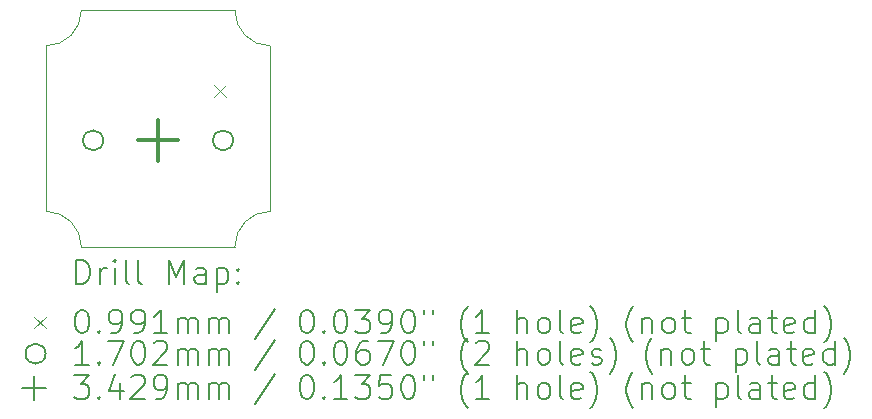
<source format=gbr>
%TF.GenerationSoftware,KiCad,Pcbnew,8.0.3*%
%TF.CreationDate,2024-09-08T13:54:00-04:00*%
%TF.ProjectId,FightPad_MICRO,46696768-7450-4616-945f-4d4943524f2e,rev?*%
%TF.SameCoordinates,Original*%
%TF.FileFunction,Drillmap*%
%TF.FilePolarity,Positive*%
%FSLAX45Y45*%
G04 Gerber Fmt 4.5, Leading zero omitted, Abs format (unit mm)*
G04 Created by KiCad (PCBNEW 8.0.3) date 2024-09-08 13:54:00*
%MOMM*%
%LPD*%
G01*
G04 APERTURE LIST*
%ADD10C,0.050000*%
%ADD11C,0.200000*%
%ADD12C,0.100000*%
%ADD13C,0.170180*%
%ADD14C,0.342900*%
G04 APERTURE END LIST*
D10*
X9385000Y-4971000D02*
X9385000Y-6371000D01*
X9085000Y-6671000D02*
G75*
G02*
X9385000Y-6371000I300000J0D01*
G01*
X7485000Y-6371000D02*
G75*
G02*
X7785000Y-6671000I0J-300000D01*
G01*
X7785000Y-6671000D02*
X9085000Y-6671000D01*
X9385000Y-4971000D02*
G75*
G02*
X9085000Y-4671000I0J300000D01*
G01*
X7785000Y-4671000D02*
X9085000Y-4671000D01*
X7785000Y-4671000D02*
G75*
G02*
X7485000Y-4971000I-300000J0D01*
G01*
X7485000Y-6371000D02*
X7485000Y-4971000D01*
D11*
D12*
X8907470Y-5301470D02*
X9006530Y-5400530D01*
X9006530Y-5301470D02*
X8907470Y-5400530D01*
D13*
X7970090Y-5771000D02*
G75*
G02*
X7799910Y-5771000I-85090J0D01*
G01*
X7799910Y-5771000D02*
G75*
G02*
X7970090Y-5771000I85090J0D01*
G01*
X9070090Y-5771000D02*
G75*
G02*
X8899910Y-5771000I-85090J0D01*
G01*
X8899910Y-5771000D02*
G75*
G02*
X9070090Y-5771000I85090J0D01*
G01*
D14*
X8435000Y-5599550D02*
X8435000Y-5942450D01*
X8263550Y-5771000D02*
X8606450Y-5771000D01*
D11*
X7743277Y-6984984D02*
X7743277Y-6784984D01*
X7743277Y-6784984D02*
X7790896Y-6784984D01*
X7790896Y-6784984D02*
X7819467Y-6794508D01*
X7819467Y-6794508D02*
X7838515Y-6813555D01*
X7838515Y-6813555D02*
X7848039Y-6832603D01*
X7848039Y-6832603D02*
X7857562Y-6870698D01*
X7857562Y-6870698D02*
X7857562Y-6899270D01*
X7857562Y-6899270D02*
X7848039Y-6937365D01*
X7848039Y-6937365D02*
X7838515Y-6956412D01*
X7838515Y-6956412D02*
X7819467Y-6975460D01*
X7819467Y-6975460D02*
X7790896Y-6984984D01*
X7790896Y-6984984D02*
X7743277Y-6984984D01*
X7943277Y-6984984D02*
X7943277Y-6851650D01*
X7943277Y-6889746D02*
X7952800Y-6870698D01*
X7952800Y-6870698D02*
X7962324Y-6861174D01*
X7962324Y-6861174D02*
X7981372Y-6851650D01*
X7981372Y-6851650D02*
X8000420Y-6851650D01*
X8067086Y-6984984D02*
X8067086Y-6851650D01*
X8067086Y-6784984D02*
X8057562Y-6794508D01*
X8057562Y-6794508D02*
X8067086Y-6804031D01*
X8067086Y-6804031D02*
X8076610Y-6794508D01*
X8076610Y-6794508D02*
X8067086Y-6784984D01*
X8067086Y-6784984D02*
X8067086Y-6804031D01*
X8190896Y-6984984D02*
X8171848Y-6975460D01*
X8171848Y-6975460D02*
X8162324Y-6956412D01*
X8162324Y-6956412D02*
X8162324Y-6784984D01*
X8295658Y-6984984D02*
X8276610Y-6975460D01*
X8276610Y-6975460D02*
X8267086Y-6956412D01*
X8267086Y-6956412D02*
X8267086Y-6784984D01*
X8524229Y-6984984D02*
X8524229Y-6784984D01*
X8524229Y-6784984D02*
X8590896Y-6927841D01*
X8590896Y-6927841D02*
X8657562Y-6784984D01*
X8657562Y-6784984D02*
X8657562Y-6984984D01*
X8838515Y-6984984D02*
X8838515Y-6880222D01*
X8838515Y-6880222D02*
X8828991Y-6861174D01*
X8828991Y-6861174D02*
X8809943Y-6851650D01*
X8809943Y-6851650D02*
X8771848Y-6851650D01*
X8771848Y-6851650D02*
X8752801Y-6861174D01*
X8838515Y-6975460D02*
X8819467Y-6984984D01*
X8819467Y-6984984D02*
X8771848Y-6984984D01*
X8771848Y-6984984D02*
X8752801Y-6975460D01*
X8752801Y-6975460D02*
X8743277Y-6956412D01*
X8743277Y-6956412D02*
X8743277Y-6937365D01*
X8743277Y-6937365D02*
X8752801Y-6918317D01*
X8752801Y-6918317D02*
X8771848Y-6908793D01*
X8771848Y-6908793D02*
X8819467Y-6908793D01*
X8819467Y-6908793D02*
X8838515Y-6899270D01*
X8933753Y-6851650D02*
X8933753Y-7051650D01*
X8933753Y-6861174D02*
X8952801Y-6851650D01*
X8952801Y-6851650D02*
X8990896Y-6851650D01*
X8990896Y-6851650D02*
X9009943Y-6861174D01*
X9009943Y-6861174D02*
X9019467Y-6870698D01*
X9019467Y-6870698D02*
X9028991Y-6889746D01*
X9028991Y-6889746D02*
X9028991Y-6946889D01*
X9028991Y-6946889D02*
X9019467Y-6965936D01*
X9019467Y-6965936D02*
X9009943Y-6975460D01*
X9009943Y-6975460D02*
X8990896Y-6984984D01*
X8990896Y-6984984D02*
X8952801Y-6984984D01*
X8952801Y-6984984D02*
X8933753Y-6975460D01*
X9114705Y-6965936D02*
X9124229Y-6975460D01*
X9124229Y-6975460D02*
X9114705Y-6984984D01*
X9114705Y-6984984D02*
X9105182Y-6975460D01*
X9105182Y-6975460D02*
X9114705Y-6965936D01*
X9114705Y-6965936D02*
X9114705Y-6984984D01*
X9114705Y-6861174D02*
X9124229Y-6870698D01*
X9124229Y-6870698D02*
X9114705Y-6880222D01*
X9114705Y-6880222D02*
X9105182Y-6870698D01*
X9105182Y-6870698D02*
X9114705Y-6861174D01*
X9114705Y-6861174D02*
X9114705Y-6880222D01*
D12*
X7383440Y-7263970D02*
X7482500Y-7363030D01*
X7482500Y-7263970D02*
X7383440Y-7363030D01*
D11*
X7781372Y-7204984D02*
X7800420Y-7204984D01*
X7800420Y-7204984D02*
X7819467Y-7214508D01*
X7819467Y-7214508D02*
X7828991Y-7224031D01*
X7828991Y-7224031D02*
X7838515Y-7243079D01*
X7838515Y-7243079D02*
X7848039Y-7281174D01*
X7848039Y-7281174D02*
X7848039Y-7328793D01*
X7848039Y-7328793D02*
X7838515Y-7366889D01*
X7838515Y-7366889D02*
X7828991Y-7385936D01*
X7828991Y-7385936D02*
X7819467Y-7395460D01*
X7819467Y-7395460D02*
X7800420Y-7404984D01*
X7800420Y-7404984D02*
X7781372Y-7404984D01*
X7781372Y-7404984D02*
X7762324Y-7395460D01*
X7762324Y-7395460D02*
X7752800Y-7385936D01*
X7752800Y-7385936D02*
X7743277Y-7366889D01*
X7743277Y-7366889D02*
X7733753Y-7328793D01*
X7733753Y-7328793D02*
X7733753Y-7281174D01*
X7733753Y-7281174D02*
X7743277Y-7243079D01*
X7743277Y-7243079D02*
X7752800Y-7224031D01*
X7752800Y-7224031D02*
X7762324Y-7214508D01*
X7762324Y-7214508D02*
X7781372Y-7204984D01*
X7933753Y-7385936D02*
X7943277Y-7395460D01*
X7943277Y-7395460D02*
X7933753Y-7404984D01*
X7933753Y-7404984D02*
X7924229Y-7395460D01*
X7924229Y-7395460D02*
X7933753Y-7385936D01*
X7933753Y-7385936D02*
X7933753Y-7404984D01*
X8038515Y-7404984D02*
X8076610Y-7404984D01*
X8076610Y-7404984D02*
X8095658Y-7395460D01*
X8095658Y-7395460D02*
X8105181Y-7385936D01*
X8105181Y-7385936D02*
X8124229Y-7357365D01*
X8124229Y-7357365D02*
X8133753Y-7319270D01*
X8133753Y-7319270D02*
X8133753Y-7243079D01*
X8133753Y-7243079D02*
X8124229Y-7224031D01*
X8124229Y-7224031D02*
X8114705Y-7214508D01*
X8114705Y-7214508D02*
X8095658Y-7204984D01*
X8095658Y-7204984D02*
X8057562Y-7204984D01*
X8057562Y-7204984D02*
X8038515Y-7214508D01*
X8038515Y-7214508D02*
X8028991Y-7224031D01*
X8028991Y-7224031D02*
X8019467Y-7243079D01*
X8019467Y-7243079D02*
X8019467Y-7290698D01*
X8019467Y-7290698D02*
X8028991Y-7309746D01*
X8028991Y-7309746D02*
X8038515Y-7319270D01*
X8038515Y-7319270D02*
X8057562Y-7328793D01*
X8057562Y-7328793D02*
X8095658Y-7328793D01*
X8095658Y-7328793D02*
X8114705Y-7319270D01*
X8114705Y-7319270D02*
X8124229Y-7309746D01*
X8124229Y-7309746D02*
X8133753Y-7290698D01*
X8228991Y-7404984D02*
X8267086Y-7404984D01*
X8267086Y-7404984D02*
X8286134Y-7395460D01*
X8286134Y-7395460D02*
X8295658Y-7385936D01*
X8295658Y-7385936D02*
X8314705Y-7357365D01*
X8314705Y-7357365D02*
X8324229Y-7319270D01*
X8324229Y-7319270D02*
X8324229Y-7243079D01*
X8324229Y-7243079D02*
X8314705Y-7224031D01*
X8314705Y-7224031D02*
X8305181Y-7214508D01*
X8305181Y-7214508D02*
X8286134Y-7204984D01*
X8286134Y-7204984D02*
X8248039Y-7204984D01*
X8248039Y-7204984D02*
X8228991Y-7214508D01*
X8228991Y-7214508D02*
X8219467Y-7224031D01*
X8219467Y-7224031D02*
X8209943Y-7243079D01*
X8209943Y-7243079D02*
X8209943Y-7290698D01*
X8209943Y-7290698D02*
X8219467Y-7309746D01*
X8219467Y-7309746D02*
X8228991Y-7319270D01*
X8228991Y-7319270D02*
X8248039Y-7328793D01*
X8248039Y-7328793D02*
X8286134Y-7328793D01*
X8286134Y-7328793D02*
X8305181Y-7319270D01*
X8305181Y-7319270D02*
X8314705Y-7309746D01*
X8314705Y-7309746D02*
X8324229Y-7290698D01*
X8514705Y-7404984D02*
X8400420Y-7404984D01*
X8457562Y-7404984D02*
X8457562Y-7204984D01*
X8457562Y-7204984D02*
X8438515Y-7233555D01*
X8438515Y-7233555D02*
X8419467Y-7252603D01*
X8419467Y-7252603D02*
X8400420Y-7262127D01*
X8600420Y-7404984D02*
X8600420Y-7271650D01*
X8600420Y-7290698D02*
X8609943Y-7281174D01*
X8609943Y-7281174D02*
X8628991Y-7271650D01*
X8628991Y-7271650D02*
X8657563Y-7271650D01*
X8657563Y-7271650D02*
X8676610Y-7281174D01*
X8676610Y-7281174D02*
X8686134Y-7300222D01*
X8686134Y-7300222D02*
X8686134Y-7404984D01*
X8686134Y-7300222D02*
X8695658Y-7281174D01*
X8695658Y-7281174D02*
X8714705Y-7271650D01*
X8714705Y-7271650D02*
X8743277Y-7271650D01*
X8743277Y-7271650D02*
X8762324Y-7281174D01*
X8762324Y-7281174D02*
X8771848Y-7300222D01*
X8771848Y-7300222D02*
X8771848Y-7404984D01*
X8867086Y-7404984D02*
X8867086Y-7271650D01*
X8867086Y-7290698D02*
X8876610Y-7281174D01*
X8876610Y-7281174D02*
X8895658Y-7271650D01*
X8895658Y-7271650D02*
X8924229Y-7271650D01*
X8924229Y-7271650D02*
X8943277Y-7281174D01*
X8943277Y-7281174D02*
X8952801Y-7300222D01*
X8952801Y-7300222D02*
X8952801Y-7404984D01*
X8952801Y-7300222D02*
X8962324Y-7281174D01*
X8962324Y-7281174D02*
X8981372Y-7271650D01*
X8981372Y-7271650D02*
X9009943Y-7271650D01*
X9009943Y-7271650D02*
X9028991Y-7281174D01*
X9028991Y-7281174D02*
X9038515Y-7300222D01*
X9038515Y-7300222D02*
X9038515Y-7404984D01*
X9428991Y-7195460D02*
X9257563Y-7452603D01*
X9686134Y-7204984D02*
X9705182Y-7204984D01*
X9705182Y-7204984D02*
X9724229Y-7214508D01*
X9724229Y-7214508D02*
X9733753Y-7224031D01*
X9733753Y-7224031D02*
X9743277Y-7243079D01*
X9743277Y-7243079D02*
X9752801Y-7281174D01*
X9752801Y-7281174D02*
X9752801Y-7328793D01*
X9752801Y-7328793D02*
X9743277Y-7366889D01*
X9743277Y-7366889D02*
X9733753Y-7385936D01*
X9733753Y-7385936D02*
X9724229Y-7395460D01*
X9724229Y-7395460D02*
X9705182Y-7404984D01*
X9705182Y-7404984D02*
X9686134Y-7404984D01*
X9686134Y-7404984D02*
X9667086Y-7395460D01*
X9667086Y-7395460D02*
X9657563Y-7385936D01*
X9657563Y-7385936D02*
X9648039Y-7366889D01*
X9648039Y-7366889D02*
X9638515Y-7328793D01*
X9638515Y-7328793D02*
X9638515Y-7281174D01*
X9638515Y-7281174D02*
X9648039Y-7243079D01*
X9648039Y-7243079D02*
X9657563Y-7224031D01*
X9657563Y-7224031D02*
X9667086Y-7214508D01*
X9667086Y-7214508D02*
X9686134Y-7204984D01*
X9838515Y-7385936D02*
X9848039Y-7395460D01*
X9848039Y-7395460D02*
X9838515Y-7404984D01*
X9838515Y-7404984D02*
X9828991Y-7395460D01*
X9828991Y-7395460D02*
X9838515Y-7385936D01*
X9838515Y-7385936D02*
X9838515Y-7404984D01*
X9971848Y-7204984D02*
X9990896Y-7204984D01*
X9990896Y-7204984D02*
X10009944Y-7214508D01*
X10009944Y-7214508D02*
X10019467Y-7224031D01*
X10019467Y-7224031D02*
X10028991Y-7243079D01*
X10028991Y-7243079D02*
X10038515Y-7281174D01*
X10038515Y-7281174D02*
X10038515Y-7328793D01*
X10038515Y-7328793D02*
X10028991Y-7366889D01*
X10028991Y-7366889D02*
X10019467Y-7385936D01*
X10019467Y-7385936D02*
X10009944Y-7395460D01*
X10009944Y-7395460D02*
X9990896Y-7404984D01*
X9990896Y-7404984D02*
X9971848Y-7404984D01*
X9971848Y-7404984D02*
X9952801Y-7395460D01*
X9952801Y-7395460D02*
X9943277Y-7385936D01*
X9943277Y-7385936D02*
X9933753Y-7366889D01*
X9933753Y-7366889D02*
X9924229Y-7328793D01*
X9924229Y-7328793D02*
X9924229Y-7281174D01*
X9924229Y-7281174D02*
X9933753Y-7243079D01*
X9933753Y-7243079D02*
X9943277Y-7224031D01*
X9943277Y-7224031D02*
X9952801Y-7214508D01*
X9952801Y-7214508D02*
X9971848Y-7204984D01*
X10105182Y-7204984D02*
X10228991Y-7204984D01*
X10228991Y-7204984D02*
X10162325Y-7281174D01*
X10162325Y-7281174D02*
X10190896Y-7281174D01*
X10190896Y-7281174D02*
X10209944Y-7290698D01*
X10209944Y-7290698D02*
X10219467Y-7300222D01*
X10219467Y-7300222D02*
X10228991Y-7319270D01*
X10228991Y-7319270D02*
X10228991Y-7366889D01*
X10228991Y-7366889D02*
X10219467Y-7385936D01*
X10219467Y-7385936D02*
X10209944Y-7395460D01*
X10209944Y-7395460D02*
X10190896Y-7404984D01*
X10190896Y-7404984D02*
X10133753Y-7404984D01*
X10133753Y-7404984D02*
X10114706Y-7395460D01*
X10114706Y-7395460D02*
X10105182Y-7385936D01*
X10324229Y-7404984D02*
X10362325Y-7404984D01*
X10362325Y-7404984D02*
X10381372Y-7395460D01*
X10381372Y-7395460D02*
X10390896Y-7385936D01*
X10390896Y-7385936D02*
X10409944Y-7357365D01*
X10409944Y-7357365D02*
X10419467Y-7319270D01*
X10419467Y-7319270D02*
X10419467Y-7243079D01*
X10419467Y-7243079D02*
X10409944Y-7224031D01*
X10409944Y-7224031D02*
X10400420Y-7214508D01*
X10400420Y-7214508D02*
X10381372Y-7204984D01*
X10381372Y-7204984D02*
X10343277Y-7204984D01*
X10343277Y-7204984D02*
X10324229Y-7214508D01*
X10324229Y-7214508D02*
X10314706Y-7224031D01*
X10314706Y-7224031D02*
X10305182Y-7243079D01*
X10305182Y-7243079D02*
X10305182Y-7290698D01*
X10305182Y-7290698D02*
X10314706Y-7309746D01*
X10314706Y-7309746D02*
X10324229Y-7319270D01*
X10324229Y-7319270D02*
X10343277Y-7328793D01*
X10343277Y-7328793D02*
X10381372Y-7328793D01*
X10381372Y-7328793D02*
X10400420Y-7319270D01*
X10400420Y-7319270D02*
X10409944Y-7309746D01*
X10409944Y-7309746D02*
X10419467Y-7290698D01*
X10543277Y-7204984D02*
X10562325Y-7204984D01*
X10562325Y-7204984D02*
X10581372Y-7214508D01*
X10581372Y-7214508D02*
X10590896Y-7224031D01*
X10590896Y-7224031D02*
X10600420Y-7243079D01*
X10600420Y-7243079D02*
X10609944Y-7281174D01*
X10609944Y-7281174D02*
X10609944Y-7328793D01*
X10609944Y-7328793D02*
X10600420Y-7366889D01*
X10600420Y-7366889D02*
X10590896Y-7385936D01*
X10590896Y-7385936D02*
X10581372Y-7395460D01*
X10581372Y-7395460D02*
X10562325Y-7404984D01*
X10562325Y-7404984D02*
X10543277Y-7404984D01*
X10543277Y-7404984D02*
X10524229Y-7395460D01*
X10524229Y-7395460D02*
X10514706Y-7385936D01*
X10514706Y-7385936D02*
X10505182Y-7366889D01*
X10505182Y-7366889D02*
X10495658Y-7328793D01*
X10495658Y-7328793D02*
X10495658Y-7281174D01*
X10495658Y-7281174D02*
X10505182Y-7243079D01*
X10505182Y-7243079D02*
X10514706Y-7224031D01*
X10514706Y-7224031D02*
X10524229Y-7214508D01*
X10524229Y-7214508D02*
X10543277Y-7204984D01*
X10686134Y-7204984D02*
X10686134Y-7243079D01*
X10762325Y-7204984D02*
X10762325Y-7243079D01*
X11057563Y-7481174D02*
X11048039Y-7471650D01*
X11048039Y-7471650D02*
X11028991Y-7443079D01*
X11028991Y-7443079D02*
X11019468Y-7424031D01*
X11019468Y-7424031D02*
X11009944Y-7395460D01*
X11009944Y-7395460D02*
X11000420Y-7347841D01*
X11000420Y-7347841D02*
X11000420Y-7309746D01*
X11000420Y-7309746D02*
X11009944Y-7262127D01*
X11009944Y-7262127D02*
X11019468Y-7233555D01*
X11019468Y-7233555D02*
X11028991Y-7214508D01*
X11028991Y-7214508D02*
X11048039Y-7185936D01*
X11048039Y-7185936D02*
X11057563Y-7176412D01*
X11238515Y-7404984D02*
X11124229Y-7404984D01*
X11181372Y-7404984D02*
X11181372Y-7204984D01*
X11181372Y-7204984D02*
X11162325Y-7233555D01*
X11162325Y-7233555D02*
X11143277Y-7252603D01*
X11143277Y-7252603D02*
X11124229Y-7262127D01*
X11476610Y-7404984D02*
X11476610Y-7204984D01*
X11562325Y-7404984D02*
X11562325Y-7300222D01*
X11562325Y-7300222D02*
X11552801Y-7281174D01*
X11552801Y-7281174D02*
X11533753Y-7271650D01*
X11533753Y-7271650D02*
X11505182Y-7271650D01*
X11505182Y-7271650D02*
X11486134Y-7281174D01*
X11486134Y-7281174D02*
X11476610Y-7290698D01*
X11686134Y-7404984D02*
X11667087Y-7395460D01*
X11667087Y-7395460D02*
X11657563Y-7385936D01*
X11657563Y-7385936D02*
X11648039Y-7366889D01*
X11648039Y-7366889D02*
X11648039Y-7309746D01*
X11648039Y-7309746D02*
X11657563Y-7290698D01*
X11657563Y-7290698D02*
X11667087Y-7281174D01*
X11667087Y-7281174D02*
X11686134Y-7271650D01*
X11686134Y-7271650D02*
X11714706Y-7271650D01*
X11714706Y-7271650D02*
X11733753Y-7281174D01*
X11733753Y-7281174D02*
X11743277Y-7290698D01*
X11743277Y-7290698D02*
X11752801Y-7309746D01*
X11752801Y-7309746D02*
X11752801Y-7366889D01*
X11752801Y-7366889D02*
X11743277Y-7385936D01*
X11743277Y-7385936D02*
X11733753Y-7395460D01*
X11733753Y-7395460D02*
X11714706Y-7404984D01*
X11714706Y-7404984D02*
X11686134Y-7404984D01*
X11867087Y-7404984D02*
X11848039Y-7395460D01*
X11848039Y-7395460D02*
X11838515Y-7376412D01*
X11838515Y-7376412D02*
X11838515Y-7204984D01*
X12019468Y-7395460D02*
X12000420Y-7404984D01*
X12000420Y-7404984D02*
X11962325Y-7404984D01*
X11962325Y-7404984D02*
X11943277Y-7395460D01*
X11943277Y-7395460D02*
X11933753Y-7376412D01*
X11933753Y-7376412D02*
X11933753Y-7300222D01*
X11933753Y-7300222D02*
X11943277Y-7281174D01*
X11943277Y-7281174D02*
X11962325Y-7271650D01*
X11962325Y-7271650D02*
X12000420Y-7271650D01*
X12000420Y-7271650D02*
X12019468Y-7281174D01*
X12019468Y-7281174D02*
X12028991Y-7300222D01*
X12028991Y-7300222D02*
X12028991Y-7319270D01*
X12028991Y-7319270D02*
X11933753Y-7338317D01*
X12095658Y-7481174D02*
X12105182Y-7471650D01*
X12105182Y-7471650D02*
X12124229Y-7443079D01*
X12124229Y-7443079D02*
X12133753Y-7424031D01*
X12133753Y-7424031D02*
X12143277Y-7395460D01*
X12143277Y-7395460D02*
X12152801Y-7347841D01*
X12152801Y-7347841D02*
X12152801Y-7309746D01*
X12152801Y-7309746D02*
X12143277Y-7262127D01*
X12143277Y-7262127D02*
X12133753Y-7233555D01*
X12133753Y-7233555D02*
X12124229Y-7214508D01*
X12124229Y-7214508D02*
X12105182Y-7185936D01*
X12105182Y-7185936D02*
X12095658Y-7176412D01*
X12457563Y-7481174D02*
X12448039Y-7471650D01*
X12448039Y-7471650D02*
X12428991Y-7443079D01*
X12428991Y-7443079D02*
X12419468Y-7424031D01*
X12419468Y-7424031D02*
X12409944Y-7395460D01*
X12409944Y-7395460D02*
X12400420Y-7347841D01*
X12400420Y-7347841D02*
X12400420Y-7309746D01*
X12400420Y-7309746D02*
X12409944Y-7262127D01*
X12409944Y-7262127D02*
X12419468Y-7233555D01*
X12419468Y-7233555D02*
X12428991Y-7214508D01*
X12428991Y-7214508D02*
X12448039Y-7185936D01*
X12448039Y-7185936D02*
X12457563Y-7176412D01*
X12533753Y-7271650D02*
X12533753Y-7404984D01*
X12533753Y-7290698D02*
X12543277Y-7281174D01*
X12543277Y-7281174D02*
X12562325Y-7271650D01*
X12562325Y-7271650D02*
X12590896Y-7271650D01*
X12590896Y-7271650D02*
X12609944Y-7281174D01*
X12609944Y-7281174D02*
X12619468Y-7300222D01*
X12619468Y-7300222D02*
X12619468Y-7404984D01*
X12743277Y-7404984D02*
X12724229Y-7395460D01*
X12724229Y-7395460D02*
X12714706Y-7385936D01*
X12714706Y-7385936D02*
X12705182Y-7366889D01*
X12705182Y-7366889D02*
X12705182Y-7309746D01*
X12705182Y-7309746D02*
X12714706Y-7290698D01*
X12714706Y-7290698D02*
X12724229Y-7281174D01*
X12724229Y-7281174D02*
X12743277Y-7271650D01*
X12743277Y-7271650D02*
X12771849Y-7271650D01*
X12771849Y-7271650D02*
X12790896Y-7281174D01*
X12790896Y-7281174D02*
X12800420Y-7290698D01*
X12800420Y-7290698D02*
X12809944Y-7309746D01*
X12809944Y-7309746D02*
X12809944Y-7366889D01*
X12809944Y-7366889D02*
X12800420Y-7385936D01*
X12800420Y-7385936D02*
X12790896Y-7395460D01*
X12790896Y-7395460D02*
X12771849Y-7404984D01*
X12771849Y-7404984D02*
X12743277Y-7404984D01*
X12867087Y-7271650D02*
X12943277Y-7271650D01*
X12895658Y-7204984D02*
X12895658Y-7376412D01*
X12895658Y-7376412D02*
X12905182Y-7395460D01*
X12905182Y-7395460D02*
X12924229Y-7404984D01*
X12924229Y-7404984D02*
X12943277Y-7404984D01*
X13162325Y-7271650D02*
X13162325Y-7471650D01*
X13162325Y-7281174D02*
X13181372Y-7271650D01*
X13181372Y-7271650D02*
X13219468Y-7271650D01*
X13219468Y-7271650D02*
X13238515Y-7281174D01*
X13238515Y-7281174D02*
X13248039Y-7290698D01*
X13248039Y-7290698D02*
X13257563Y-7309746D01*
X13257563Y-7309746D02*
X13257563Y-7366889D01*
X13257563Y-7366889D02*
X13248039Y-7385936D01*
X13248039Y-7385936D02*
X13238515Y-7395460D01*
X13238515Y-7395460D02*
X13219468Y-7404984D01*
X13219468Y-7404984D02*
X13181372Y-7404984D01*
X13181372Y-7404984D02*
X13162325Y-7395460D01*
X13371849Y-7404984D02*
X13352801Y-7395460D01*
X13352801Y-7395460D02*
X13343277Y-7376412D01*
X13343277Y-7376412D02*
X13343277Y-7204984D01*
X13533753Y-7404984D02*
X13533753Y-7300222D01*
X13533753Y-7300222D02*
X13524230Y-7281174D01*
X13524230Y-7281174D02*
X13505182Y-7271650D01*
X13505182Y-7271650D02*
X13467087Y-7271650D01*
X13467087Y-7271650D02*
X13448039Y-7281174D01*
X13533753Y-7395460D02*
X13514706Y-7404984D01*
X13514706Y-7404984D02*
X13467087Y-7404984D01*
X13467087Y-7404984D02*
X13448039Y-7395460D01*
X13448039Y-7395460D02*
X13438515Y-7376412D01*
X13438515Y-7376412D02*
X13438515Y-7357365D01*
X13438515Y-7357365D02*
X13448039Y-7338317D01*
X13448039Y-7338317D02*
X13467087Y-7328793D01*
X13467087Y-7328793D02*
X13514706Y-7328793D01*
X13514706Y-7328793D02*
X13533753Y-7319270D01*
X13600420Y-7271650D02*
X13676610Y-7271650D01*
X13628991Y-7204984D02*
X13628991Y-7376412D01*
X13628991Y-7376412D02*
X13638515Y-7395460D01*
X13638515Y-7395460D02*
X13657563Y-7404984D01*
X13657563Y-7404984D02*
X13676610Y-7404984D01*
X13819468Y-7395460D02*
X13800420Y-7404984D01*
X13800420Y-7404984D02*
X13762325Y-7404984D01*
X13762325Y-7404984D02*
X13743277Y-7395460D01*
X13743277Y-7395460D02*
X13733753Y-7376412D01*
X13733753Y-7376412D02*
X13733753Y-7300222D01*
X13733753Y-7300222D02*
X13743277Y-7281174D01*
X13743277Y-7281174D02*
X13762325Y-7271650D01*
X13762325Y-7271650D02*
X13800420Y-7271650D01*
X13800420Y-7271650D02*
X13819468Y-7281174D01*
X13819468Y-7281174D02*
X13828991Y-7300222D01*
X13828991Y-7300222D02*
X13828991Y-7319270D01*
X13828991Y-7319270D02*
X13733753Y-7338317D01*
X14000420Y-7404984D02*
X14000420Y-7204984D01*
X14000420Y-7395460D02*
X13981372Y-7404984D01*
X13981372Y-7404984D02*
X13943277Y-7404984D01*
X13943277Y-7404984D02*
X13924230Y-7395460D01*
X13924230Y-7395460D02*
X13914706Y-7385936D01*
X13914706Y-7385936D02*
X13905182Y-7366889D01*
X13905182Y-7366889D02*
X13905182Y-7309746D01*
X13905182Y-7309746D02*
X13914706Y-7290698D01*
X13914706Y-7290698D02*
X13924230Y-7281174D01*
X13924230Y-7281174D02*
X13943277Y-7271650D01*
X13943277Y-7271650D02*
X13981372Y-7271650D01*
X13981372Y-7271650D02*
X14000420Y-7281174D01*
X14076611Y-7481174D02*
X14086134Y-7471650D01*
X14086134Y-7471650D02*
X14105182Y-7443079D01*
X14105182Y-7443079D02*
X14114706Y-7424031D01*
X14114706Y-7424031D02*
X14124230Y-7395460D01*
X14124230Y-7395460D02*
X14133753Y-7347841D01*
X14133753Y-7347841D02*
X14133753Y-7309746D01*
X14133753Y-7309746D02*
X14124230Y-7262127D01*
X14124230Y-7262127D02*
X14114706Y-7233555D01*
X14114706Y-7233555D02*
X14105182Y-7214508D01*
X14105182Y-7214508D02*
X14086134Y-7185936D01*
X14086134Y-7185936D02*
X14076611Y-7176412D01*
D13*
X7482500Y-7577500D02*
G75*
G02*
X7312320Y-7577500I-85090J0D01*
G01*
X7312320Y-7577500D02*
G75*
G02*
X7482500Y-7577500I85090J0D01*
G01*
D11*
X7848039Y-7668984D02*
X7733753Y-7668984D01*
X7790896Y-7668984D02*
X7790896Y-7468984D01*
X7790896Y-7468984D02*
X7771848Y-7497555D01*
X7771848Y-7497555D02*
X7752800Y-7516603D01*
X7752800Y-7516603D02*
X7733753Y-7526127D01*
X7933753Y-7649936D02*
X7943277Y-7659460D01*
X7943277Y-7659460D02*
X7933753Y-7668984D01*
X7933753Y-7668984D02*
X7924229Y-7659460D01*
X7924229Y-7659460D02*
X7933753Y-7649936D01*
X7933753Y-7649936D02*
X7933753Y-7668984D01*
X8009943Y-7468984D02*
X8143277Y-7468984D01*
X8143277Y-7468984D02*
X8057562Y-7668984D01*
X8257562Y-7468984D02*
X8276610Y-7468984D01*
X8276610Y-7468984D02*
X8295658Y-7478508D01*
X8295658Y-7478508D02*
X8305181Y-7488031D01*
X8305181Y-7488031D02*
X8314705Y-7507079D01*
X8314705Y-7507079D02*
X8324229Y-7545174D01*
X8324229Y-7545174D02*
X8324229Y-7592793D01*
X8324229Y-7592793D02*
X8314705Y-7630889D01*
X8314705Y-7630889D02*
X8305181Y-7649936D01*
X8305181Y-7649936D02*
X8295658Y-7659460D01*
X8295658Y-7659460D02*
X8276610Y-7668984D01*
X8276610Y-7668984D02*
X8257562Y-7668984D01*
X8257562Y-7668984D02*
X8238515Y-7659460D01*
X8238515Y-7659460D02*
X8228991Y-7649936D01*
X8228991Y-7649936D02*
X8219467Y-7630889D01*
X8219467Y-7630889D02*
X8209943Y-7592793D01*
X8209943Y-7592793D02*
X8209943Y-7545174D01*
X8209943Y-7545174D02*
X8219467Y-7507079D01*
X8219467Y-7507079D02*
X8228991Y-7488031D01*
X8228991Y-7488031D02*
X8238515Y-7478508D01*
X8238515Y-7478508D02*
X8257562Y-7468984D01*
X8400420Y-7488031D02*
X8409943Y-7478508D01*
X8409943Y-7478508D02*
X8428991Y-7468984D01*
X8428991Y-7468984D02*
X8476610Y-7468984D01*
X8476610Y-7468984D02*
X8495658Y-7478508D01*
X8495658Y-7478508D02*
X8505182Y-7488031D01*
X8505182Y-7488031D02*
X8514705Y-7507079D01*
X8514705Y-7507079D02*
X8514705Y-7526127D01*
X8514705Y-7526127D02*
X8505182Y-7554698D01*
X8505182Y-7554698D02*
X8390896Y-7668984D01*
X8390896Y-7668984D02*
X8514705Y-7668984D01*
X8600420Y-7668984D02*
X8600420Y-7535650D01*
X8600420Y-7554698D02*
X8609943Y-7545174D01*
X8609943Y-7545174D02*
X8628991Y-7535650D01*
X8628991Y-7535650D02*
X8657563Y-7535650D01*
X8657563Y-7535650D02*
X8676610Y-7545174D01*
X8676610Y-7545174D02*
X8686134Y-7564222D01*
X8686134Y-7564222D02*
X8686134Y-7668984D01*
X8686134Y-7564222D02*
X8695658Y-7545174D01*
X8695658Y-7545174D02*
X8714705Y-7535650D01*
X8714705Y-7535650D02*
X8743277Y-7535650D01*
X8743277Y-7535650D02*
X8762324Y-7545174D01*
X8762324Y-7545174D02*
X8771848Y-7564222D01*
X8771848Y-7564222D02*
X8771848Y-7668984D01*
X8867086Y-7668984D02*
X8867086Y-7535650D01*
X8867086Y-7554698D02*
X8876610Y-7545174D01*
X8876610Y-7545174D02*
X8895658Y-7535650D01*
X8895658Y-7535650D02*
X8924229Y-7535650D01*
X8924229Y-7535650D02*
X8943277Y-7545174D01*
X8943277Y-7545174D02*
X8952801Y-7564222D01*
X8952801Y-7564222D02*
X8952801Y-7668984D01*
X8952801Y-7564222D02*
X8962324Y-7545174D01*
X8962324Y-7545174D02*
X8981372Y-7535650D01*
X8981372Y-7535650D02*
X9009943Y-7535650D01*
X9009943Y-7535650D02*
X9028991Y-7545174D01*
X9028991Y-7545174D02*
X9038515Y-7564222D01*
X9038515Y-7564222D02*
X9038515Y-7668984D01*
X9428991Y-7459460D02*
X9257563Y-7716603D01*
X9686134Y-7468984D02*
X9705182Y-7468984D01*
X9705182Y-7468984D02*
X9724229Y-7478508D01*
X9724229Y-7478508D02*
X9733753Y-7488031D01*
X9733753Y-7488031D02*
X9743277Y-7507079D01*
X9743277Y-7507079D02*
X9752801Y-7545174D01*
X9752801Y-7545174D02*
X9752801Y-7592793D01*
X9752801Y-7592793D02*
X9743277Y-7630889D01*
X9743277Y-7630889D02*
X9733753Y-7649936D01*
X9733753Y-7649936D02*
X9724229Y-7659460D01*
X9724229Y-7659460D02*
X9705182Y-7668984D01*
X9705182Y-7668984D02*
X9686134Y-7668984D01*
X9686134Y-7668984D02*
X9667086Y-7659460D01*
X9667086Y-7659460D02*
X9657563Y-7649936D01*
X9657563Y-7649936D02*
X9648039Y-7630889D01*
X9648039Y-7630889D02*
X9638515Y-7592793D01*
X9638515Y-7592793D02*
X9638515Y-7545174D01*
X9638515Y-7545174D02*
X9648039Y-7507079D01*
X9648039Y-7507079D02*
X9657563Y-7488031D01*
X9657563Y-7488031D02*
X9667086Y-7478508D01*
X9667086Y-7478508D02*
X9686134Y-7468984D01*
X9838515Y-7649936D02*
X9848039Y-7659460D01*
X9848039Y-7659460D02*
X9838515Y-7668984D01*
X9838515Y-7668984D02*
X9828991Y-7659460D01*
X9828991Y-7659460D02*
X9838515Y-7649936D01*
X9838515Y-7649936D02*
X9838515Y-7668984D01*
X9971848Y-7468984D02*
X9990896Y-7468984D01*
X9990896Y-7468984D02*
X10009944Y-7478508D01*
X10009944Y-7478508D02*
X10019467Y-7488031D01*
X10019467Y-7488031D02*
X10028991Y-7507079D01*
X10028991Y-7507079D02*
X10038515Y-7545174D01*
X10038515Y-7545174D02*
X10038515Y-7592793D01*
X10038515Y-7592793D02*
X10028991Y-7630889D01*
X10028991Y-7630889D02*
X10019467Y-7649936D01*
X10019467Y-7649936D02*
X10009944Y-7659460D01*
X10009944Y-7659460D02*
X9990896Y-7668984D01*
X9990896Y-7668984D02*
X9971848Y-7668984D01*
X9971848Y-7668984D02*
X9952801Y-7659460D01*
X9952801Y-7659460D02*
X9943277Y-7649936D01*
X9943277Y-7649936D02*
X9933753Y-7630889D01*
X9933753Y-7630889D02*
X9924229Y-7592793D01*
X9924229Y-7592793D02*
X9924229Y-7545174D01*
X9924229Y-7545174D02*
X9933753Y-7507079D01*
X9933753Y-7507079D02*
X9943277Y-7488031D01*
X9943277Y-7488031D02*
X9952801Y-7478508D01*
X9952801Y-7478508D02*
X9971848Y-7468984D01*
X10209944Y-7468984D02*
X10171848Y-7468984D01*
X10171848Y-7468984D02*
X10152801Y-7478508D01*
X10152801Y-7478508D02*
X10143277Y-7488031D01*
X10143277Y-7488031D02*
X10124229Y-7516603D01*
X10124229Y-7516603D02*
X10114706Y-7554698D01*
X10114706Y-7554698D02*
X10114706Y-7630889D01*
X10114706Y-7630889D02*
X10124229Y-7649936D01*
X10124229Y-7649936D02*
X10133753Y-7659460D01*
X10133753Y-7659460D02*
X10152801Y-7668984D01*
X10152801Y-7668984D02*
X10190896Y-7668984D01*
X10190896Y-7668984D02*
X10209944Y-7659460D01*
X10209944Y-7659460D02*
X10219467Y-7649936D01*
X10219467Y-7649936D02*
X10228991Y-7630889D01*
X10228991Y-7630889D02*
X10228991Y-7583270D01*
X10228991Y-7583270D02*
X10219467Y-7564222D01*
X10219467Y-7564222D02*
X10209944Y-7554698D01*
X10209944Y-7554698D02*
X10190896Y-7545174D01*
X10190896Y-7545174D02*
X10152801Y-7545174D01*
X10152801Y-7545174D02*
X10133753Y-7554698D01*
X10133753Y-7554698D02*
X10124229Y-7564222D01*
X10124229Y-7564222D02*
X10114706Y-7583270D01*
X10295658Y-7468984D02*
X10428991Y-7468984D01*
X10428991Y-7468984D02*
X10343277Y-7668984D01*
X10543277Y-7468984D02*
X10562325Y-7468984D01*
X10562325Y-7468984D02*
X10581372Y-7478508D01*
X10581372Y-7478508D02*
X10590896Y-7488031D01*
X10590896Y-7488031D02*
X10600420Y-7507079D01*
X10600420Y-7507079D02*
X10609944Y-7545174D01*
X10609944Y-7545174D02*
X10609944Y-7592793D01*
X10609944Y-7592793D02*
X10600420Y-7630889D01*
X10600420Y-7630889D02*
X10590896Y-7649936D01*
X10590896Y-7649936D02*
X10581372Y-7659460D01*
X10581372Y-7659460D02*
X10562325Y-7668984D01*
X10562325Y-7668984D02*
X10543277Y-7668984D01*
X10543277Y-7668984D02*
X10524229Y-7659460D01*
X10524229Y-7659460D02*
X10514706Y-7649936D01*
X10514706Y-7649936D02*
X10505182Y-7630889D01*
X10505182Y-7630889D02*
X10495658Y-7592793D01*
X10495658Y-7592793D02*
X10495658Y-7545174D01*
X10495658Y-7545174D02*
X10505182Y-7507079D01*
X10505182Y-7507079D02*
X10514706Y-7488031D01*
X10514706Y-7488031D02*
X10524229Y-7478508D01*
X10524229Y-7478508D02*
X10543277Y-7468984D01*
X10686134Y-7468984D02*
X10686134Y-7507079D01*
X10762325Y-7468984D02*
X10762325Y-7507079D01*
X11057563Y-7745174D02*
X11048039Y-7735650D01*
X11048039Y-7735650D02*
X11028991Y-7707079D01*
X11028991Y-7707079D02*
X11019468Y-7688031D01*
X11019468Y-7688031D02*
X11009944Y-7659460D01*
X11009944Y-7659460D02*
X11000420Y-7611841D01*
X11000420Y-7611841D02*
X11000420Y-7573746D01*
X11000420Y-7573746D02*
X11009944Y-7526127D01*
X11009944Y-7526127D02*
X11019468Y-7497555D01*
X11019468Y-7497555D02*
X11028991Y-7478508D01*
X11028991Y-7478508D02*
X11048039Y-7449936D01*
X11048039Y-7449936D02*
X11057563Y-7440412D01*
X11124229Y-7488031D02*
X11133753Y-7478508D01*
X11133753Y-7478508D02*
X11152801Y-7468984D01*
X11152801Y-7468984D02*
X11200420Y-7468984D01*
X11200420Y-7468984D02*
X11219467Y-7478508D01*
X11219467Y-7478508D02*
X11228991Y-7488031D01*
X11228991Y-7488031D02*
X11238515Y-7507079D01*
X11238515Y-7507079D02*
X11238515Y-7526127D01*
X11238515Y-7526127D02*
X11228991Y-7554698D01*
X11228991Y-7554698D02*
X11114706Y-7668984D01*
X11114706Y-7668984D02*
X11238515Y-7668984D01*
X11476610Y-7668984D02*
X11476610Y-7468984D01*
X11562325Y-7668984D02*
X11562325Y-7564222D01*
X11562325Y-7564222D02*
X11552801Y-7545174D01*
X11552801Y-7545174D02*
X11533753Y-7535650D01*
X11533753Y-7535650D02*
X11505182Y-7535650D01*
X11505182Y-7535650D02*
X11486134Y-7545174D01*
X11486134Y-7545174D02*
X11476610Y-7554698D01*
X11686134Y-7668984D02*
X11667087Y-7659460D01*
X11667087Y-7659460D02*
X11657563Y-7649936D01*
X11657563Y-7649936D02*
X11648039Y-7630889D01*
X11648039Y-7630889D02*
X11648039Y-7573746D01*
X11648039Y-7573746D02*
X11657563Y-7554698D01*
X11657563Y-7554698D02*
X11667087Y-7545174D01*
X11667087Y-7545174D02*
X11686134Y-7535650D01*
X11686134Y-7535650D02*
X11714706Y-7535650D01*
X11714706Y-7535650D02*
X11733753Y-7545174D01*
X11733753Y-7545174D02*
X11743277Y-7554698D01*
X11743277Y-7554698D02*
X11752801Y-7573746D01*
X11752801Y-7573746D02*
X11752801Y-7630889D01*
X11752801Y-7630889D02*
X11743277Y-7649936D01*
X11743277Y-7649936D02*
X11733753Y-7659460D01*
X11733753Y-7659460D02*
X11714706Y-7668984D01*
X11714706Y-7668984D02*
X11686134Y-7668984D01*
X11867087Y-7668984D02*
X11848039Y-7659460D01*
X11848039Y-7659460D02*
X11838515Y-7640412D01*
X11838515Y-7640412D02*
X11838515Y-7468984D01*
X12019468Y-7659460D02*
X12000420Y-7668984D01*
X12000420Y-7668984D02*
X11962325Y-7668984D01*
X11962325Y-7668984D02*
X11943277Y-7659460D01*
X11943277Y-7659460D02*
X11933753Y-7640412D01*
X11933753Y-7640412D02*
X11933753Y-7564222D01*
X11933753Y-7564222D02*
X11943277Y-7545174D01*
X11943277Y-7545174D02*
X11962325Y-7535650D01*
X11962325Y-7535650D02*
X12000420Y-7535650D01*
X12000420Y-7535650D02*
X12019468Y-7545174D01*
X12019468Y-7545174D02*
X12028991Y-7564222D01*
X12028991Y-7564222D02*
X12028991Y-7583270D01*
X12028991Y-7583270D02*
X11933753Y-7602317D01*
X12105182Y-7659460D02*
X12124229Y-7668984D01*
X12124229Y-7668984D02*
X12162325Y-7668984D01*
X12162325Y-7668984D02*
X12181372Y-7659460D01*
X12181372Y-7659460D02*
X12190896Y-7640412D01*
X12190896Y-7640412D02*
X12190896Y-7630889D01*
X12190896Y-7630889D02*
X12181372Y-7611841D01*
X12181372Y-7611841D02*
X12162325Y-7602317D01*
X12162325Y-7602317D02*
X12133753Y-7602317D01*
X12133753Y-7602317D02*
X12114706Y-7592793D01*
X12114706Y-7592793D02*
X12105182Y-7573746D01*
X12105182Y-7573746D02*
X12105182Y-7564222D01*
X12105182Y-7564222D02*
X12114706Y-7545174D01*
X12114706Y-7545174D02*
X12133753Y-7535650D01*
X12133753Y-7535650D02*
X12162325Y-7535650D01*
X12162325Y-7535650D02*
X12181372Y-7545174D01*
X12257563Y-7745174D02*
X12267087Y-7735650D01*
X12267087Y-7735650D02*
X12286134Y-7707079D01*
X12286134Y-7707079D02*
X12295658Y-7688031D01*
X12295658Y-7688031D02*
X12305182Y-7659460D01*
X12305182Y-7659460D02*
X12314706Y-7611841D01*
X12314706Y-7611841D02*
X12314706Y-7573746D01*
X12314706Y-7573746D02*
X12305182Y-7526127D01*
X12305182Y-7526127D02*
X12295658Y-7497555D01*
X12295658Y-7497555D02*
X12286134Y-7478508D01*
X12286134Y-7478508D02*
X12267087Y-7449936D01*
X12267087Y-7449936D02*
X12257563Y-7440412D01*
X12619468Y-7745174D02*
X12609944Y-7735650D01*
X12609944Y-7735650D02*
X12590896Y-7707079D01*
X12590896Y-7707079D02*
X12581372Y-7688031D01*
X12581372Y-7688031D02*
X12571849Y-7659460D01*
X12571849Y-7659460D02*
X12562325Y-7611841D01*
X12562325Y-7611841D02*
X12562325Y-7573746D01*
X12562325Y-7573746D02*
X12571849Y-7526127D01*
X12571849Y-7526127D02*
X12581372Y-7497555D01*
X12581372Y-7497555D02*
X12590896Y-7478508D01*
X12590896Y-7478508D02*
X12609944Y-7449936D01*
X12609944Y-7449936D02*
X12619468Y-7440412D01*
X12695658Y-7535650D02*
X12695658Y-7668984D01*
X12695658Y-7554698D02*
X12705182Y-7545174D01*
X12705182Y-7545174D02*
X12724229Y-7535650D01*
X12724229Y-7535650D02*
X12752801Y-7535650D01*
X12752801Y-7535650D02*
X12771849Y-7545174D01*
X12771849Y-7545174D02*
X12781372Y-7564222D01*
X12781372Y-7564222D02*
X12781372Y-7668984D01*
X12905182Y-7668984D02*
X12886134Y-7659460D01*
X12886134Y-7659460D02*
X12876610Y-7649936D01*
X12876610Y-7649936D02*
X12867087Y-7630889D01*
X12867087Y-7630889D02*
X12867087Y-7573746D01*
X12867087Y-7573746D02*
X12876610Y-7554698D01*
X12876610Y-7554698D02*
X12886134Y-7545174D01*
X12886134Y-7545174D02*
X12905182Y-7535650D01*
X12905182Y-7535650D02*
X12933753Y-7535650D01*
X12933753Y-7535650D02*
X12952801Y-7545174D01*
X12952801Y-7545174D02*
X12962325Y-7554698D01*
X12962325Y-7554698D02*
X12971849Y-7573746D01*
X12971849Y-7573746D02*
X12971849Y-7630889D01*
X12971849Y-7630889D02*
X12962325Y-7649936D01*
X12962325Y-7649936D02*
X12952801Y-7659460D01*
X12952801Y-7659460D02*
X12933753Y-7668984D01*
X12933753Y-7668984D02*
X12905182Y-7668984D01*
X13028991Y-7535650D02*
X13105182Y-7535650D01*
X13057563Y-7468984D02*
X13057563Y-7640412D01*
X13057563Y-7640412D02*
X13067087Y-7659460D01*
X13067087Y-7659460D02*
X13086134Y-7668984D01*
X13086134Y-7668984D02*
X13105182Y-7668984D01*
X13324230Y-7535650D02*
X13324230Y-7735650D01*
X13324230Y-7545174D02*
X13343277Y-7535650D01*
X13343277Y-7535650D02*
X13381372Y-7535650D01*
X13381372Y-7535650D02*
X13400420Y-7545174D01*
X13400420Y-7545174D02*
X13409944Y-7554698D01*
X13409944Y-7554698D02*
X13419468Y-7573746D01*
X13419468Y-7573746D02*
X13419468Y-7630889D01*
X13419468Y-7630889D02*
X13409944Y-7649936D01*
X13409944Y-7649936D02*
X13400420Y-7659460D01*
X13400420Y-7659460D02*
X13381372Y-7668984D01*
X13381372Y-7668984D02*
X13343277Y-7668984D01*
X13343277Y-7668984D02*
X13324230Y-7659460D01*
X13533753Y-7668984D02*
X13514706Y-7659460D01*
X13514706Y-7659460D02*
X13505182Y-7640412D01*
X13505182Y-7640412D02*
X13505182Y-7468984D01*
X13695658Y-7668984D02*
X13695658Y-7564222D01*
X13695658Y-7564222D02*
X13686134Y-7545174D01*
X13686134Y-7545174D02*
X13667087Y-7535650D01*
X13667087Y-7535650D02*
X13628991Y-7535650D01*
X13628991Y-7535650D02*
X13609944Y-7545174D01*
X13695658Y-7659460D02*
X13676611Y-7668984D01*
X13676611Y-7668984D02*
X13628991Y-7668984D01*
X13628991Y-7668984D02*
X13609944Y-7659460D01*
X13609944Y-7659460D02*
X13600420Y-7640412D01*
X13600420Y-7640412D02*
X13600420Y-7621365D01*
X13600420Y-7621365D02*
X13609944Y-7602317D01*
X13609944Y-7602317D02*
X13628991Y-7592793D01*
X13628991Y-7592793D02*
X13676611Y-7592793D01*
X13676611Y-7592793D02*
X13695658Y-7583270D01*
X13762325Y-7535650D02*
X13838515Y-7535650D01*
X13790896Y-7468984D02*
X13790896Y-7640412D01*
X13790896Y-7640412D02*
X13800420Y-7659460D01*
X13800420Y-7659460D02*
X13819468Y-7668984D01*
X13819468Y-7668984D02*
X13838515Y-7668984D01*
X13981372Y-7659460D02*
X13962325Y-7668984D01*
X13962325Y-7668984D02*
X13924230Y-7668984D01*
X13924230Y-7668984D02*
X13905182Y-7659460D01*
X13905182Y-7659460D02*
X13895658Y-7640412D01*
X13895658Y-7640412D02*
X13895658Y-7564222D01*
X13895658Y-7564222D02*
X13905182Y-7545174D01*
X13905182Y-7545174D02*
X13924230Y-7535650D01*
X13924230Y-7535650D02*
X13962325Y-7535650D01*
X13962325Y-7535650D02*
X13981372Y-7545174D01*
X13981372Y-7545174D02*
X13990896Y-7564222D01*
X13990896Y-7564222D02*
X13990896Y-7583270D01*
X13990896Y-7583270D02*
X13895658Y-7602317D01*
X14162325Y-7668984D02*
X14162325Y-7468984D01*
X14162325Y-7659460D02*
X14143277Y-7668984D01*
X14143277Y-7668984D02*
X14105182Y-7668984D01*
X14105182Y-7668984D02*
X14086134Y-7659460D01*
X14086134Y-7659460D02*
X14076611Y-7649936D01*
X14076611Y-7649936D02*
X14067087Y-7630889D01*
X14067087Y-7630889D02*
X14067087Y-7573746D01*
X14067087Y-7573746D02*
X14076611Y-7554698D01*
X14076611Y-7554698D02*
X14086134Y-7545174D01*
X14086134Y-7545174D02*
X14105182Y-7535650D01*
X14105182Y-7535650D02*
X14143277Y-7535650D01*
X14143277Y-7535650D02*
X14162325Y-7545174D01*
X14238515Y-7745174D02*
X14248039Y-7735650D01*
X14248039Y-7735650D02*
X14267087Y-7707079D01*
X14267087Y-7707079D02*
X14276611Y-7688031D01*
X14276611Y-7688031D02*
X14286134Y-7659460D01*
X14286134Y-7659460D02*
X14295658Y-7611841D01*
X14295658Y-7611841D02*
X14295658Y-7573746D01*
X14295658Y-7573746D02*
X14286134Y-7526127D01*
X14286134Y-7526127D02*
X14276611Y-7497555D01*
X14276611Y-7497555D02*
X14267087Y-7478508D01*
X14267087Y-7478508D02*
X14248039Y-7449936D01*
X14248039Y-7449936D02*
X14238515Y-7440412D01*
X7382500Y-7767680D02*
X7382500Y-7967680D01*
X7282500Y-7867680D02*
X7482500Y-7867680D01*
X7724229Y-7759164D02*
X7848039Y-7759164D01*
X7848039Y-7759164D02*
X7781372Y-7835354D01*
X7781372Y-7835354D02*
X7809943Y-7835354D01*
X7809943Y-7835354D02*
X7828991Y-7844878D01*
X7828991Y-7844878D02*
X7838515Y-7854402D01*
X7838515Y-7854402D02*
X7848039Y-7873450D01*
X7848039Y-7873450D02*
X7848039Y-7921069D01*
X7848039Y-7921069D02*
X7838515Y-7940116D01*
X7838515Y-7940116D02*
X7828991Y-7949640D01*
X7828991Y-7949640D02*
X7809943Y-7959164D01*
X7809943Y-7959164D02*
X7752800Y-7959164D01*
X7752800Y-7959164D02*
X7733753Y-7949640D01*
X7733753Y-7949640D02*
X7724229Y-7940116D01*
X7933753Y-7940116D02*
X7943277Y-7949640D01*
X7943277Y-7949640D02*
X7933753Y-7959164D01*
X7933753Y-7959164D02*
X7924229Y-7949640D01*
X7924229Y-7949640D02*
X7933753Y-7940116D01*
X7933753Y-7940116D02*
X7933753Y-7959164D01*
X8114705Y-7825830D02*
X8114705Y-7959164D01*
X8067086Y-7749640D02*
X8019467Y-7892497D01*
X8019467Y-7892497D02*
X8143277Y-7892497D01*
X8209943Y-7778211D02*
X8219467Y-7768688D01*
X8219467Y-7768688D02*
X8238515Y-7759164D01*
X8238515Y-7759164D02*
X8286134Y-7759164D01*
X8286134Y-7759164D02*
X8305181Y-7768688D01*
X8305181Y-7768688D02*
X8314705Y-7778211D01*
X8314705Y-7778211D02*
X8324229Y-7797259D01*
X8324229Y-7797259D02*
X8324229Y-7816307D01*
X8324229Y-7816307D02*
X8314705Y-7844878D01*
X8314705Y-7844878D02*
X8200420Y-7959164D01*
X8200420Y-7959164D02*
X8324229Y-7959164D01*
X8419467Y-7959164D02*
X8457562Y-7959164D01*
X8457562Y-7959164D02*
X8476610Y-7949640D01*
X8476610Y-7949640D02*
X8486134Y-7940116D01*
X8486134Y-7940116D02*
X8505182Y-7911545D01*
X8505182Y-7911545D02*
X8514705Y-7873450D01*
X8514705Y-7873450D02*
X8514705Y-7797259D01*
X8514705Y-7797259D02*
X8505182Y-7778211D01*
X8505182Y-7778211D02*
X8495658Y-7768688D01*
X8495658Y-7768688D02*
X8476610Y-7759164D01*
X8476610Y-7759164D02*
X8438515Y-7759164D01*
X8438515Y-7759164D02*
X8419467Y-7768688D01*
X8419467Y-7768688D02*
X8409943Y-7778211D01*
X8409943Y-7778211D02*
X8400420Y-7797259D01*
X8400420Y-7797259D02*
X8400420Y-7844878D01*
X8400420Y-7844878D02*
X8409943Y-7863926D01*
X8409943Y-7863926D02*
X8419467Y-7873450D01*
X8419467Y-7873450D02*
X8438515Y-7882973D01*
X8438515Y-7882973D02*
X8476610Y-7882973D01*
X8476610Y-7882973D02*
X8495658Y-7873450D01*
X8495658Y-7873450D02*
X8505182Y-7863926D01*
X8505182Y-7863926D02*
X8514705Y-7844878D01*
X8600420Y-7959164D02*
X8600420Y-7825830D01*
X8600420Y-7844878D02*
X8609943Y-7835354D01*
X8609943Y-7835354D02*
X8628991Y-7825830D01*
X8628991Y-7825830D02*
X8657563Y-7825830D01*
X8657563Y-7825830D02*
X8676610Y-7835354D01*
X8676610Y-7835354D02*
X8686134Y-7854402D01*
X8686134Y-7854402D02*
X8686134Y-7959164D01*
X8686134Y-7854402D02*
X8695658Y-7835354D01*
X8695658Y-7835354D02*
X8714705Y-7825830D01*
X8714705Y-7825830D02*
X8743277Y-7825830D01*
X8743277Y-7825830D02*
X8762324Y-7835354D01*
X8762324Y-7835354D02*
X8771848Y-7854402D01*
X8771848Y-7854402D02*
X8771848Y-7959164D01*
X8867086Y-7959164D02*
X8867086Y-7825830D01*
X8867086Y-7844878D02*
X8876610Y-7835354D01*
X8876610Y-7835354D02*
X8895658Y-7825830D01*
X8895658Y-7825830D02*
X8924229Y-7825830D01*
X8924229Y-7825830D02*
X8943277Y-7835354D01*
X8943277Y-7835354D02*
X8952801Y-7854402D01*
X8952801Y-7854402D02*
X8952801Y-7959164D01*
X8952801Y-7854402D02*
X8962324Y-7835354D01*
X8962324Y-7835354D02*
X8981372Y-7825830D01*
X8981372Y-7825830D02*
X9009943Y-7825830D01*
X9009943Y-7825830D02*
X9028991Y-7835354D01*
X9028991Y-7835354D02*
X9038515Y-7854402D01*
X9038515Y-7854402D02*
X9038515Y-7959164D01*
X9428991Y-7749640D02*
X9257563Y-8006783D01*
X9686134Y-7759164D02*
X9705182Y-7759164D01*
X9705182Y-7759164D02*
X9724229Y-7768688D01*
X9724229Y-7768688D02*
X9733753Y-7778211D01*
X9733753Y-7778211D02*
X9743277Y-7797259D01*
X9743277Y-7797259D02*
X9752801Y-7835354D01*
X9752801Y-7835354D02*
X9752801Y-7882973D01*
X9752801Y-7882973D02*
X9743277Y-7921069D01*
X9743277Y-7921069D02*
X9733753Y-7940116D01*
X9733753Y-7940116D02*
X9724229Y-7949640D01*
X9724229Y-7949640D02*
X9705182Y-7959164D01*
X9705182Y-7959164D02*
X9686134Y-7959164D01*
X9686134Y-7959164D02*
X9667086Y-7949640D01*
X9667086Y-7949640D02*
X9657563Y-7940116D01*
X9657563Y-7940116D02*
X9648039Y-7921069D01*
X9648039Y-7921069D02*
X9638515Y-7882973D01*
X9638515Y-7882973D02*
X9638515Y-7835354D01*
X9638515Y-7835354D02*
X9648039Y-7797259D01*
X9648039Y-7797259D02*
X9657563Y-7778211D01*
X9657563Y-7778211D02*
X9667086Y-7768688D01*
X9667086Y-7768688D02*
X9686134Y-7759164D01*
X9838515Y-7940116D02*
X9848039Y-7949640D01*
X9848039Y-7949640D02*
X9838515Y-7959164D01*
X9838515Y-7959164D02*
X9828991Y-7949640D01*
X9828991Y-7949640D02*
X9838515Y-7940116D01*
X9838515Y-7940116D02*
X9838515Y-7959164D01*
X10038515Y-7959164D02*
X9924229Y-7959164D01*
X9981372Y-7959164D02*
X9981372Y-7759164D01*
X9981372Y-7759164D02*
X9962325Y-7787735D01*
X9962325Y-7787735D02*
X9943277Y-7806783D01*
X9943277Y-7806783D02*
X9924229Y-7816307D01*
X10105182Y-7759164D02*
X10228991Y-7759164D01*
X10228991Y-7759164D02*
X10162325Y-7835354D01*
X10162325Y-7835354D02*
X10190896Y-7835354D01*
X10190896Y-7835354D02*
X10209944Y-7844878D01*
X10209944Y-7844878D02*
X10219467Y-7854402D01*
X10219467Y-7854402D02*
X10228991Y-7873450D01*
X10228991Y-7873450D02*
X10228991Y-7921069D01*
X10228991Y-7921069D02*
X10219467Y-7940116D01*
X10219467Y-7940116D02*
X10209944Y-7949640D01*
X10209944Y-7949640D02*
X10190896Y-7959164D01*
X10190896Y-7959164D02*
X10133753Y-7959164D01*
X10133753Y-7959164D02*
X10114706Y-7949640D01*
X10114706Y-7949640D02*
X10105182Y-7940116D01*
X10409944Y-7759164D02*
X10314706Y-7759164D01*
X10314706Y-7759164D02*
X10305182Y-7854402D01*
X10305182Y-7854402D02*
X10314706Y-7844878D01*
X10314706Y-7844878D02*
X10333753Y-7835354D01*
X10333753Y-7835354D02*
X10381372Y-7835354D01*
X10381372Y-7835354D02*
X10400420Y-7844878D01*
X10400420Y-7844878D02*
X10409944Y-7854402D01*
X10409944Y-7854402D02*
X10419467Y-7873450D01*
X10419467Y-7873450D02*
X10419467Y-7921069D01*
X10419467Y-7921069D02*
X10409944Y-7940116D01*
X10409944Y-7940116D02*
X10400420Y-7949640D01*
X10400420Y-7949640D02*
X10381372Y-7959164D01*
X10381372Y-7959164D02*
X10333753Y-7959164D01*
X10333753Y-7959164D02*
X10314706Y-7949640D01*
X10314706Y-7949640D02*
X10305182Y-7940116D01*
X10543277Y-7759164D02*
X10562325Y-7759164D01*
X10562325Y-7759164D02*
X10581372Y-7768688D01*
X10581372Y-7768688D02*
X10590896Y-7778211D01*
X10590896Y-7778211D02*
X10600420Y-7797259D01*
X10600420Y-7797259D02*
X10609944Y-7835354D01*
X10609944Y-7835354D02*
X10609944Y-7882973D01*
X10609944Y-7882973D02*
X10600420Y-7921069D01*
X10600420Y-7921069D02*
X10590896Y-7940116D01*
X10590896Y-7940116D02*
X10581372Y-7949640D01*
X10581372Y-7949640D02*
X10562325Y-7959164D01*
X10562325Y-7959164D02*
X10543277Y-7959164D01*
X10543277Y-7959164D02*
X10524229Y-7949640D01*
X10524229Y-7949640D02*
X10514706Y-7940116D01*
X10514706Y-7940116D02*
X10505182Y-7921069D01*
X10505182Y-7921069D02*
X10495658Y-7882973D01*
X10495658Y-7882973D02*
X10495658Y-7835354D01*
X10495658Y-7835354D02*
X10505182Y-7797259D01*
X10505182Y-7797259D02*
X10514706Y-7778211D01*
X10514706Y-7778211D02*
X10524229Y-7768688D01*
X10524229Y-7768688D02*
X10543277Y-7759164D01*
X10686134Y-7759164D02*
X10686134Y-7797259D01*
X10762325Y-7759164D02*
X10762325Y-7797259D01*
X11057563Y-8035354D02*
X11048039Y-8025830D01*
X11048039Y-8025830D02*
X11028991Y-7997259D01*
X11028991Y-7997259D02*
X11019468Y-7978211D01*
X11019468Y-7978211D02*
X11009944Y-7949640D01*
X11009944Y-7949640D02*
X11000420Y-7902021D01*
X11000420Y-7902021D02*
X11000420Y-7863926D01*
X11000420Y-7863926D02*
X11009944Y-7816307D01*
X11009944Y-7816307D02*
X11019468Y-7787735D01*
X11019468Y-7787735D02*
X11028991Y-7768688D01*
X11028991Y-7768688D02*
X11048039Y-7740116D01*
X11048039Y-7740116D02*
X11057563Y-7730592D01*
X11238515Y-7959164D02*
X11124229Y-7959164D01*
X11181372Y-7959164D02*
X11181372Y-7759164D01*
X11181372Y-7759164D02*
X11162325Y-7787735D01*
X11162325Y-7787735D02*
X11143277Y-7806783D01*
X11143277Y-7806783D02*
X11124229Y-7816307D01*
X11476610Y-7959164D02*
X11476610Y-7759164D01*
X11562325Y-7959164D02*
X11562325Y-7854402D01*
X11562325Y-7854402D02*
X11552801Y-7835354D01*
X11552801Y-7835354D02*
X11533753Y-7825830D01*
X11533753Y-7825830D02*
X11505182Y-7825830D01*
X11505182Y-7825830D02*
X11486134Y-7835354D01*
X11486134Y-7835354D02*
X11476610Y-7844878D01*
X11686134Y-7959164D02*
X11667087Y-7949640D01*
X11667087Y-7949640D02*
X11657563Y-7940116D01*
X11657563Y-7940116D02*
X11648039Y-7921069D01*
X11648039Y-7921069D02*
X11648039Y-7863926D01*
X11648039Y-7863926D02*
X11657563Y-7844878D01*
X11657563Y-7844878D02*
X11667087Y-7835354D01*
X11667087Y-7835354D02*
X11686134Y-7825830D01*
X11686134Y-7825830D02*
X11714706Y-7825830D01*
X11714706Y-7825830D02*
X11733753Y-7835354D01*
X11733753Y-7835354D02*
X11743277Y-7844878D01*
X11743277Y-7844878D02*
X11752801Y-7863926D01*
X11752801Y-7863926D02*
X11752801Y-7921069D01*
X11752801Y-7921069D02*
X11743277Y-7940116D01*
X11743277Y-7940116D02*
X11733753Y-7949640D01*
X11733753Y-7949640D02*
X11714706Y-7959164D01*
X11714706Y-7959164D02*
X11686134Y-7959164D01*
X11867087Y-7959164D02*
X11848039Y-7949640D01*
X11848039Y-7949640D02*
X11838515Y-7930592D01*
X11838515Y-7930592D02*
X11838515Y-7759164D01*
X12019468Y-7949640D02*
X12000420Y-7959164D01*
X12000420Y-7959164D02*
X11962325Y-7959164D01*
X11962325Y-7959164D02*
X11943277Y-7949640D01*
X11943277Y-7949640D02*
X11933753Y-7930592D01*
X11933753Y-7930592D02*
X11933753Y-7854402D01*
X11933753Y-7854402D02*
X11943277Y-7835354D01*
X11943277Y-7835354D02*
X11962325Y-7825830D01*
X11962325Y-7825830D02*
X12000420Y-7825830D01*
X12000420Y-7825830D02*
X12019468Y-7835354D01*
X12019468Y-7835354D02*
X12028991Y-7854402D01*
X12028991Y-7854402D02*
X12028991Y-7873450D01*
X12028991Y-7873450D02*
X11933753Y-7892497D01*
X12095658Y-8035354D02*
X12105182Y-8025830D01*
X12105182Y-8025830D02*
X12124229Y-7997259D01*
X12124229Y-7997259D02*
X12133753Y-7978211D01*
X12133753Y-7978211D02*
X12143277Y-7949640D01*
X12143277Y-7949640D02*
X12152801Y-7902021D01*
X12152801Y-7902021D02*
X12152801Y-7863926D01*
X12152801Y-7863926D02*
X12143277Y-7816307D01*
X12143277Y-7816307D02*
X12133753Y-7787735D01*
X12133753Y-7787735D02*
X12124229Y-7768688D01*
X12124229Y-7768688D02*
X12105182Y-7740116D01*
X12105182Y-7740116D02*
X12095658Y-7730592D01*
X12457563Y-8035354D02*
X12448039Y-8025830D01*
X12448039Y-8025830D02*
X12428991Y-7997259D01*
X12428991Y-7997259D02*
X12419468Y-7978211D01*
X12419468Y-7978211D02*
X12409944Y-7949640D01*
X12409944Y-7949640D02*
X12400420Y-7902021D01*
X12400420Y-7902021D02*
X12400420Y-7863926D01*
X12400420Y-7863926D02*
X12409944Y-7816307D01*
X12409944Y-7816307D02*
X12419468Y-7787735D01*
X12419468Y-7787735D02*
X12428991Y-7768688D01*
X12428991Y-7768688D02*
X12448039Y-7740116D01*
X12448039Y-7740116D02*
X12457563Y-7730592D01*
X12533753Y-7825830D02*
X12533753Y-7959164D01*
X12533753Y-7844878D02*
X12543277Y-7835354D01*
X12543277Y-7835354D02*
X12562325Y-7825830D01*
X12562325Y-7825830D02*
X12590896Y-7825830D01*
X12590896Y-7825830D02*
X12609944Y-7835354D01*
X12609944Y-7835354D02*
X12619468Y-7854402D01*
X12619468Y-7854402D02*
X12619468Y-7959164D01*
X12743277Y-7959164D02*
X12724229Y-7949640D01*
X12724229Y-7949640D02*
X12714706Y-7940116D01*
X12714706Y-7940116D02*
X12705182Y-7921069D01*
X12705182Y-7921069D02*
X12705182Y-7863926D01*
X12705182Y-7863926D02*
X12714706Y-7844878D01*
X12714706Y-7844878D02*
X12724229Y-7835354D01*
X12724229Y-7835354D02*
X12743277Y-7825830D01*
X12743277Y-7825830D02*
X12771849Y-7825830D01*
X12771849Y-7825830D02*
X12790896Y-7835354D01*
X12790896Y-7835354D02*
X12800420Y-7844878D01*
X12800420Y-7844878D02*
X12809944Y-7863926D01*
X12809944Y-7863926D02*
X12809944Y-7921069D01*
X12809944Y-7921069D02*
X12800420Y-7940116D01*
X12800420Y-7940116D02*
X12790896Y-7949640D01*
X12790896Y-7949640D02*
X12771849Y-7959164D01*
X12771849Y-7959164D02*
X12743277Y-7959164D01*
X12867087Y-7825830D02*
X12943277Y-7825830D01*
X12895658Y-7759164D02*
X12895658Y-7930592D01*
X12895658Y-7930592D02*
X12905182Y-7949640D01*
X12905182Y-7949640D02*
X12924229Y-7959164D01*
X12924229Y-7959164D02*
X12943277Y-7959164D01*
X13162325Y-7825830D02*
X13162325Y-8025830D01*
X13162325Y-7835354D02*
X13181372Y-7825830D01*
X13181372Y-7825830D02*
X13219468Y-7825830D01*
X13219468Y-7825830D02*
X13238515Y-7835354D01*
X13238515Y-7835354D02*
X13248039Y-7844878D01*
X13248039Y-7844878D02*
X13257563Y-7863926D01*
X13257563Y-7863926D02*
X13257563Y-7921069D01*
X13257563Y-7921069D02*
X13248039Y-7940116D01*
X13248039Y-7940116D02*
X13238515Y-7949640D01*
X13238515Y-7949640D02*
X13219468Y-7959164D01*
X13219468Y-7959164D02*
X13181372Y-7959164D01*
X13181372Y-7959164D02*
X13162325Y-7949640D01*
X13371849Y-7959164D02*
X13352801Y-7949640D01*
X13352801Y-7949640D02*
X13343277Y-7930592D01*
X13343277Y-7930592D02*
X13343277Y-7759164D01*
X13533753Y-7959164D02*
X13533753Y-7854402D01*
X13533753Y-7854402D02*
X13524230Y-7835354D01*
X13524230Y-7835354D02*
X13505182Y-7825830D01*
X13505182Y-7825830D02*
X13467087Y-7825830D01*
X13467087Y-7825830D02*
X13448039Y-7835354D01*
X13533753Y-7949640D02*
X13514706Y-7959164D01*
X13514706Y-7959164D02*
X13467087Y-7959164D01*
X13467087Y-7959164D02*
X13448039Y-7949640D01*
X13448039Y-7949640D02*
X13438515Y-7930592D01*
X13438515Y-7930592D02*
X13438515Y-7911545D01*
X13438515Y-7911545D02*
X13448039Y-7892497D01*
X13448039Y-7892497D02*
X13467087Y-7882973D01*
X13467087Y-7882973D02*
X13514706Y-7882973D01*
X13514706Y-7882973D02*
X13533753Y-7873450D01*
X13600420Y-7825830D02*
X13676610Y-7825830D01*
X13628991Y-7759164D02*
X13628991Y-7930592D01*
X13628991Y-7930592D02*
X13638515Y-7949640D01*
X13638515Y-7949640D02*
X13657563Y-7959164D01*
X13657563Y-7959164D02*
X13676610Y-7959164D01*
X13819468Y-7949640D02*
X13800420Y-7959164D01*
X13800420Y-7959164D02*
X13762325Y-7959164D01*
X13762325Y-7959164D02*
X13743277Y-7949640D01*
X13743277Y-7949640D02*
X13733753Y-7930592D01*
X13733753Y-7930592D02*
X13733753Y-7854402D01*
X13733753Y-7854402D02*
X13743277Y-7835354D01*
X13743277Y-7835354D02*
X13762325Y-7825830D01*
X13762325Y-7825830D02*
X13800420Y-7825830D01*
X13800420Y-7825830D02*
X13819468Y-7835354D01*
X13819468Y-7835354D02*
X13828991Y-7854402D01*
X13828991Y-7854402D02*
X13828991Y-7873450D01*
X13828991Y-7873450D02*
X13733753Y-7892497D01*
X14000420Y-7959164D02*
X14000420Y-7759164D01*
X14000420Y-7949640D02*
X13981372Y-7959164D01*
X13981372Y-7959164D02*
X13943277Y-7959164D01*
X13943277Y-7959164D02*
X13924230Y-7949640D01*
X13924230Y-7949640D02*
X13914706Y-7940116D01*
X13914706Y-7940116D02*
X13905182Y-7921069D01*
X13905182Y-7921069D02*
X13905182Y-7863926D01*
X13905182Y-7863926D02*
X13914706Y-7844878D01*
X13914706Y-7844878D02*
X13924230Y-7835354D01*
X13924230Y-7835354D02*
X13943277Y-7825830D01*
X13943277Y-7825830D02*
X13981372Y-7825830D01*
X13981372Y-7825830D02*
X14000420Y-7835354D01*
X14076611Y-8035354D02*
X14086134Y-8025830D01*
X14086134Y-8025830D02*
X14105182Y-7997259D01*
X14105182Y-7997259D02*
X14114706Y-7978211D01*
X14114706Y-7978211D02*
X14124230Y-7949640D01*
X14124230Y-7949640D02*
X14133753Y-7902021D01*
X14133753Y-7902021D02*
X14133753Y-7863926D01*
X14133753Y-7863926D02*
X14124230Y-7816307D01*
X14124230Y-7816307D02*
X14114706Y-7787735D01*
X14114706Y-7787735D02*
X14105182Y-7768688D01*
X14105182Y-7768688D02*
X14086134Y-7740116D01*
X14086134Y-7740116D02*
X14076611Y-7730592D01*
M02*

</source>
